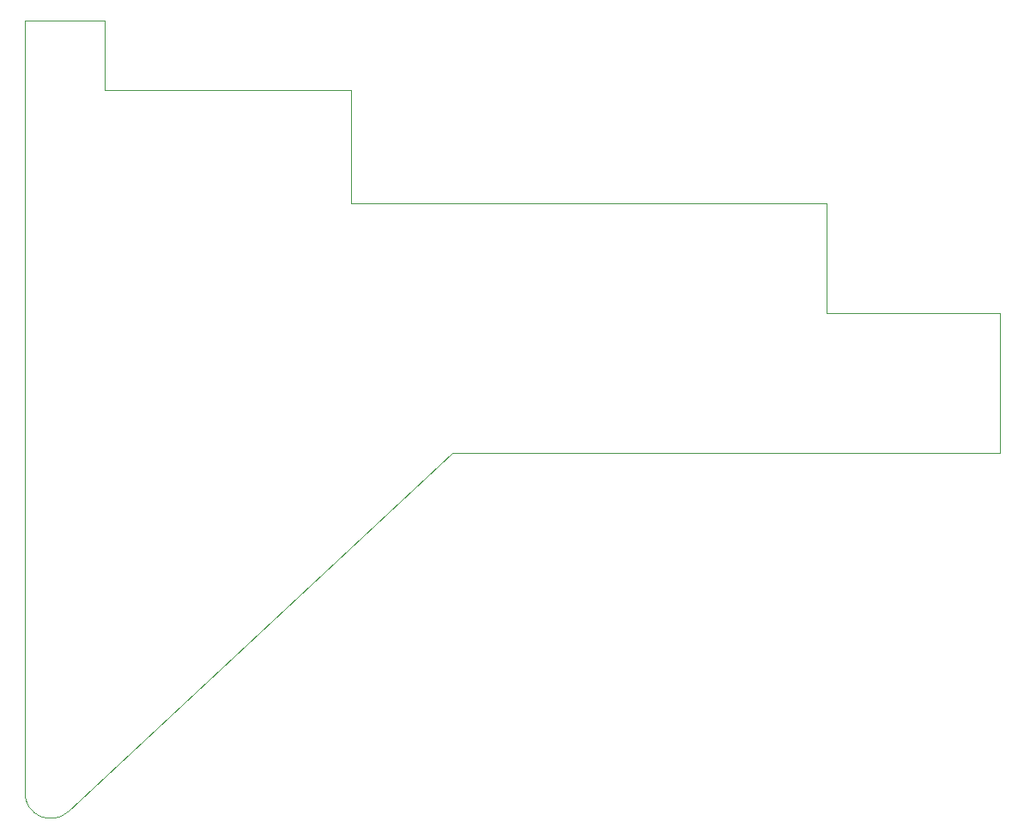
<source format=gbr>
G04 #@! TF.GenerationSoftware,KiCad,Pcbnew,(5.1.4-0-10_14)*
G04 #@! TF.CreationDate,2019-10-31T10:02:22+01:00*
G04 #@! TF.ProjectId,EWI_Right,4557495f-5269-4676-9874-2e6b69636164,-*
G04 #@! TF.SameCoordinates,Original*
G04 #@! TF.FileFunction,Profile,NP*
%FSLAX46Y46*%
G04 Gerber Fmt 4.6, Leading zero omitted, Abs format (unit mm)*
G04 Created by KiCad (PCBNEW (5.1.4-0-10_14)) date 2019-10-31 10:02:22*
%MOMM*%
%LPD*%
G04 APERTURE LIST*
%ADD10C,0.100000*%
G04 APERTURE END LIST*
D10*
X233198302Y-55768332D02*
X216125652Y-55768332D01*
X233198302Y-55768332D02*
X233198302Y-69569110D01*
X216022610Y-44886660D02*
X169195652Y-44888332D01*
X179242024Y-69569110D02*
X141332198Y-104944267D01*
X144925652Y-26868332D02*
X144933302Y-33768332D01*
X137059302Y-103087207D02*
G75*
G03X141332198Y-104944267I2540000J0D01*
G01*
X169195652Y-44888332D02*
X169195652Y-33768332D01*
X144933302Y-33768332D02*
X169195652Y-33768332D01*
X137059302Y-103087207D02*
X137059302Y-26865360D01*
X137059302Y-26865360D02*
X144925652Y-26868332D01*
X233198302Y-69569110D02*
X179242024Y-69569110D01*
X216022610Y-44886660D02*
X216125652Y-44942543D01*
X216125652Y-55768332D02*
X216125652Y-44942543D01*
M02*

</source>
